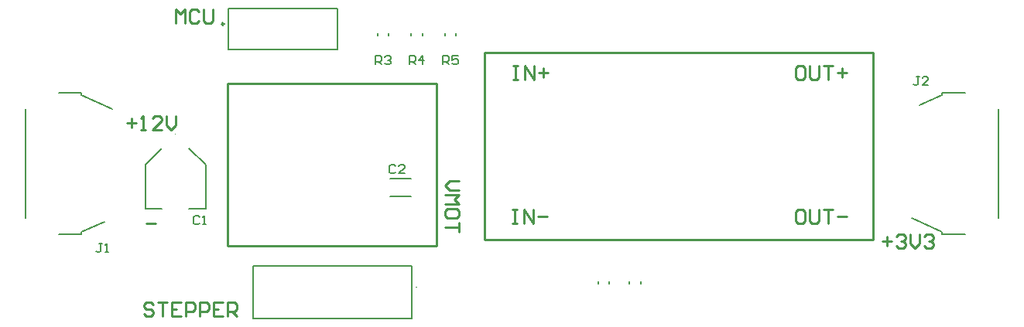
<source format=gto>
G04*
G04 #@! TF.GenerationSoftware,Altium Limited,Altium Designer,25.8.1 (18)*
G04*
G04 Layer_Color=65535*
%FSLAX44Y44*%
%MOMM*%
G71*
G04*
G04 #@! TF.SameCoordinates,F8F0A343-2924-4F85-9C9D-BDB02173843C*
G04*
G04*
G04 #@! TF.FilePolarity,Positive*
G04*
G01*
G75*
%ADD10C,0.2500*%
%ADD11C,0.1000*%
%ADD12C,0.0500*%
%ADD13C,0.2540*%
%ADD14C,0.2000*%
%ADD15C,0.1500*%
D10*
X507890Y1236980D02*
G03*
X507890Y1236980I-1250J0D01*
G01*
D11*
X718880Y948690D02*
G03*
X717880Y948690I-500J0D01*
G01*
D02*
G03*
X718880Y948690I500J0D01*
G01*
D12*
X454660Y1116820D02*
G03*
X454660Y1116320I0J-250D01*
G01*
D02*
G03*
X454660Y1116820I0J250D01*
G01*
D13*
X792720Y1206000D02*
X1217720D01*
X792720Y1001000D02*
Y1206000D01*
X792720Y1001000D02*
X1217720D01*
X1217720Y1001000D02*
Y1206000D01*
X511810Y994410D02*
Y1172210D01*
Y994410D02*
X740410D01*
Y1172210D01*
X511810D02*
X740410D01*
X824230Y1191255D02*
X829308D01*
X826769D01*
Y1176020D01*
X824230D01*
X829308D01*
X836926D02*
Y1191255D01*
X847083Y1176020D01*
Y1191255D01*
X852161Y1183637D02*
X862318D01*
X857239Y1188716D02*
Y1178559D01*
X822960Y1033775D02*
X828038D01*
X825499D01*
Y1018540D01*
X822960D01*
X828038D01*
X835656D02*
Y1033775D01*
X845813Y1018540D01*
Y1033775D01*
X850891Y1026158D02*
X861048D01*
X1140458Y1033775D02*
X1135379D01*
X1132840Y1031236D01*
Y1021079D01*
X1135379Y1018540D01*
X1140458D01*
X1142997Y1021079D01*
Y1031236D01*
X1140458Y1033775D01*
X1148075D02*
Y1021079D01*
X1150614Y1018540D01*
X1155693D01*
X1158232Y1021079D01*
Y1033775D01*
X1163310D02*
X1173467D01*
X1168389D01*
Y1018540D01*
X1178545Y1026158D02*
X1188702D01*
X1140458Y1191255D02*
X1135379D01*
X1132840Y1188716D01*
Y1178559D01*
X1135379Y1176020D01*
X1140458D01*
X1142997Y1178559D01*
Y1188716D01*
X1140458Y1191255D01*
X1148075D02*
Y1178559D01*
X1150614Y1176020D01*
X1155693D01*
X1158232Y1178559D01*
Y1191255D01*
X1163310D02*
X1173467D01*
X1168389D01*
Y1176020D01*
X1178545Y1183637D02*
X1188702D01*
X1183624Y1188716D02*
Y1178559D01*
X422910Y1018540D02*
X433067D01*
X764535Y1065530D02*
X754378D01*
X749300Y1060452D01*
X754378Y1055373D01*
X764535D01*
X749300Y1050295D02*
X764535D01*
X759457Y1045217D01*
X764535Y1040138D01*
X749300D01*
X764535Y1027442D02*
Y1032521D01*
X761996Y1035060D01*
X751839D01*
X749300Y1032521D01*
Y1027442D01*
X751839Y1024903D01*
X761996D01*
X764535Y1027442D01*
Y1019825D02*
Y1009668D01*
Y1014746D01*
X749300D01*
X454660Y1238250D02*
Y1253485D01*
X459738Y1248407D01*
X464817Y1253485D01*
Y1238250D01*
X480052Y1250946D02*
X477513Y1253485D01*
X472434D01*
X469895Y1250946D01*
Y1240789D01*
X472434Y1238250D01*
X477513D01*
X480052Y1240789D01*
X485130Y1253485D02*
Y1240789D01*
X487669Y1238250D01*
X492748D01*
X495287Y1240789D01*
Y1253485D01*
X430527Y929636D02*
X427988Y932175D01*
X422909D01*
X420370Y929636D01*
Y927097D01*
X422909Y924557D01*
X427988D01*
X430527Y922018D01*
Y919479D01*
X427988Y916940D01*
X422909D01*
X420370Y919479D01*
X435605Y932175D02*
X445762D01*
X440683D01*
Y916940D01*
X460997Y932175D02*
X450840D01*
Y916940D01*
X460997D01*
X450840Y924557D02*
X455919D01*
X466075Y916940D02*
Y932175D01*
X473693D01*
X476232Y929636D01*
Y924557D01*
X473693Y922018D01*
X466075D01*
X481310Y916940D02*
Y932175D01*
X488928D01*
X491467Y929636D01*
Y924557D01*
X488928Y922018D01*
X481310D01*
X506702Y932175D02*
X496545D01*
Y916940D01*
X506702D01*
X496545Y924557D02*
X501624D01*
X511780Y916940D02*
Y932175D01*
X519398D01*
X521937Y929636D01*
Y924557D01*
X519398Y922018D01*
X511780D01*
X516859D02*
X521937Y916940D01*
X1228090Y999488D02*
X1238247D01*
X1233168Y1004566D02*
Y994409D01*
X1243325Y1004566D02*
X1245864Y1007105D01*
X1250943D01*
X1253482Y1004566D01*
Y1002027D01*
X1250943Y999488D01*
X1248403D01*
X1250943D01*
X1253482Y996948D01*
Y994409D01*
X1250943Y991870D01*
X1245864D01*
X1243325Y994409D01*
X1258560Y1007105D02*
Y996948D01*
X1263639Y991870D01*
X1268717Y996948D01*
Y1007105D01*
X1273795Y1004566D02*
X1276334Y1007105D01*
X1281413D01*
X1283952Y1004566D01*
Y1002027D01*
X1281413Y999488D01*
X1278874D01*
X1281413D01*
X1283952Y996948D01*
Y994409D01*
X1281413Y991870D01*
X1276334D01*
X1273795Y994409D01*
X401320Y1129027D02*
X411477D01*
X406398Y1134106D02*
Y1123949D01*
X416555Y1121410D02*
X421633D01*
X419094D01*
Y1136645D01*
X416555Y1134106D01*
X439408Y1121410D02*
X429251D01*
X439408Y1131567D01*
Y1134106D01*
X436869Y1136645D01*
X431790D01*
X429251Y1134106D01*
X444486Y1136645D02*
Y1126488D01*
X449564Y1121410D01*
X454643Y1126488D01*
Y1136645D01*
D14*
X352030Y1009140D02*
X377030Y1020140D01*
X352030Y1006640D02*
Y1009140D01*
X327030Y1006640D02*
X352030D01*
Y1159140D02*
X385530Y1144140D01*
X352030Y1159140D02*
Y1161640D01*
X327030D02*
X352030D01*
X290530Y1024140D02*
Y1144140D01*
X1268580Y1148140D02*
X1293580Y1159140D01*
Y1161640D01*
X1318580D01*
X1260080Y1024140D02*
X1293580Y1009140D01*
Y1006640D02*
Y1009140D01*
Y1006640D02*
X1318580D01*
X1355080Y1024140D02*
Y1144140D01*
X951330Y952770D02*
Y954770D01*
X963830Y952770D02*
Y954770D01*
X917040Y952770D02*
Y954770D01*
X929540Y952770D02*
Y954770D01*
X512640Y1208980D02*
Y1253980D01*
Y1208980D02*
X631640D01*
Y1253980D01*
X512640D02*
X631640D01*
X539380Y914690D02*
X713380D01*
X539380D02*
Y972190D01*
X713380D01*
Y914690D02*
Y972190D01*
X761900Y1224550D02*
Y1226550D01*
X749400Y1224550D02*
Y1226550D01*
X725070Y1224550D02*
Y1226550D01*
X712570Y1224550D02*
Y1226550D01*
X675740Y1224550D02*
Y1226550D01*
X688240Y1224550D02*
Y1226550D01*
X469660Y1101070D02*
X487660Y1083070D01*
Y1035070D02*
Y1083070D01*
X469660Y1035070D02*
X487660D01*
X421660D02*
X439660D01*
X421660D02*
Y1083070D01*
X439660Y1101070D01*
X689990Y1067910D02*
X712090D01*
X689990Y1047910D02*
X712090D01*
D15*
X1268334Y1179748D02*
X1265002D01*
X1266668D01*
Y1171418D01*
X1265002Y1169752D01*
X1263335D01*
X1261669Y1171418D01*
X1278331Y1169752D02*
X1271666D01*
X1278331Y1176416D01*
Y1178082D01*
X1276665Y1179748D01*
X1273332D01*
X1271666Y1178082D01*
X374650Y996868D02*
X371318D01*
X372984D01*
Y988538D01*
X371318Y986872D01*
X369652D01*
X367985Y988538D01*
X377982Y986872D02*
X381315D01*
X379648D01*
Y996868D01*
X377982Y995202D01*
X747319Y1192612D02*
Y1202608D01*
X752318D01*
X753984Y1200942D01*
Y1197610D01*
X752318Y1195944D01*
X747319D01*
X750652D02*
X753984Y1192612D01*
X763981Y1202608D02*
X757316D01*
Y1197610D01*
X760648Y1199276D01*
X762315D01*
X763981Y1197610D01*
Y1194278D01*
X762315Y1192612D01*
X758982D01*
X757316Y1194278D01*
X710489Y1192612D02*
Y1202608D01*
X715488D01*
X717154Y1200942D01*
Y1197610D01*
X715488Y1195944D01*
X710489D01*
X713822D02*
X717154Y1192612D01*
X725484D02*
Y1202608D01*
X720486Y1197610D01*
X727151D01*
X673659Y1192612D02*
Y1202608D01*
X678658D01*
X680324Y1200942D01*
Y1197610D01*
X678658Y1195944D01*
X673659D01*
X676992D02*
X680324Y1192612D01*
X683656Y1200942D02*
X685322Y1202608D01*
X688654D01*
X690321Y1200942D01*
Y1199276D01*
X688654Y1197610D01*
X686988D01*
X688654D01*
X690321Y1195944D01*
Y1194278D01*
X688654Y1192612D01*
X685322D01*
X683656Y1194278D01*
X695564Y1081562D02*
X693898Y1083228D01*
X690565D01*
X688899Y1081562D01*
Y1074898D01*
X690565Y1073232D01*
X693898D01*
X695564Y1074898D01*
X705561Y1073232D02*
X698896D01*
X705561Y1079896D01*
Y1081562D01*
X703895Y1083228D01*
X700562D01*
X698896Y1081562D01*
X481330Y1025682D02*
X479664Y1027348D01*
X476332D01*
X474665Y1025682D01*
Y1019018D01*
X476332Y1017352D01*
X479664D01*
X481330Y1019018D01*
X484662Y1017352D02*
X487994D01*
X486328D01*
Y1027348D01*
X484662Y1025682D01*
M02*

</source>
